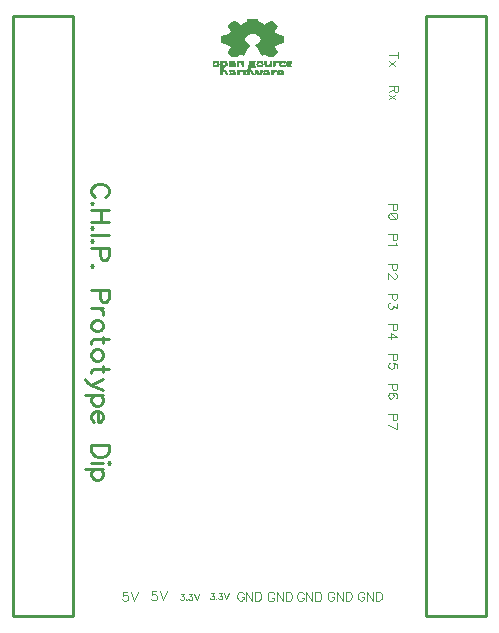
<source format=gbr>
G04 DipTrace 3.0.0.1*
G04 TopSilk.gbr*
%MOIN*%
G04 #@! TF.FileFunction,Legend,Top*
G04 #@! TF.Part,Single*
%ADD10C,0.009843*%
%ADD12C,0.002992*%
%ADD37C,0.004632*%
%ADD38C,0.003088*%
%ADD39C,0.009264*%
%FSLAX26Y26*%
G04*
G70*
G90*
G75*
G01*
G04 TopSilk*
%LPD*%
X423229Y455118D2*
D10*
X623229D1*
X423229Y2455118D2*
X623229D1*
Y455118D1*
X423229Y2455118D2*
Y455118D1*
X1798032D2*
X1998032D1*
X1798032Y2455118D2*
X1998032D1*
Y455118D1*
X1798032Y2455118D2*
Y455118D1*
X1203302Y2447402D2*
D12*
X1236214D1*
X1202828Y2444410D2*
X1236688D1*
X1201935Y2441418D2*
X1237582D1*
X1155430Y2438426D2*
X1158422D1*
X1200695D2*
X1238821D1*
X1281094D2*
X1284086D1*
X1150955Y2435434D2*
X1164406D1*
X1197957D2*
X1241560D1*
X1275110D2*
X1288562D1*
X1146837Y2432442D2*
X1170390D1*
X1192116D2*
X1247401D1*
X1269126D2*
X1292680D1*
X1143203Y2429450D2*
X1176374D1*
X1185350D2*
X1254166D1*
X1263142D2*
X1296314D1*
X1140096Y2426458D2*
X1299421D1*
X1138936Y2423466D2*
X1300581D1*
X1139428Y2420474D2*
X1300088D1*
X1141396Y2417482D2*
X1298120D1*
X1143718Y2414490D2*
X1295799D1*
X1145865Y2411498D2*
X1293652D1*
X1147555Y2408506D2*
X1291962D1*
X1147632Y2405514D2*
X1291885D1*
X1146658Y2402522D2*
X1292859D1*
X1144253Y2399530D2*
X1295264D1*
X1137600Y2396538D2*
X1206882D1*
X1232634D2*
X1301917D1*
X1127953Y2393546D2*
X1202152D1*
X1237365D2*
X1311564D1*
X1116534Y2390554D2*
X1198275D1*
X1241242D2*
X1322982D1*
X1116534Y2387562D2*
X1195295D1*
X1244221D2*
X1322982D1*
X1116534Y2384570D2*
X1192974D1*
X1246542D2*
X1322982D1*
X1116534Y2381578D2*
X1192245D1*
X1247272D2*
X1322982D1*
X1116534Y2378586D2*
X1191936D1*
X1247581D2*
X1322982D1*
X1116534Y2375594D2*
X1192874D1*
X1246642D2*
X1322982D1*
X1116534Y2372602D2*
X1194238D1*
X1245279D2*
X1322982D1*
X1116534Y2369610D2*
X1197320D1*
X1242197D2*
X1322982D1*
X1128005Y2366618D2*
X1201151D1*
X1238365D2*
X1311511D1*
X1136711Y2363626D2*
X1205235D1*
X1234282D2*
X1302806D1*
X1143159Y2360634D2*
X1209286D1*
X1230230D2*
X1296358D1*
X1146164Y2357642D2*
X1207431D1*
X1232086D2*
X1293353D1*
X1147608Y2354650D2*
X1205713D1*
X1233804D2*
X1291909D1*
X1147323Y2351658D2*
X1204017D1*
X1235500D2*
X1292194D1*
X1145444Y2348666D2*
X1202191D1*
X1237326D2*
X1294073D1*
X1143159Y2345674D2*
X1200246D1*
X1239271D2*
X1296358D1*
X1140941Y2342682D2*
X1198407D1*
X1241110D2*
X1298576D1*
X1139052Y2339690D2*
X1196711D1*
X1242806D2*
X1300465D1*
X1138550Y2336698D2*
X1195018D1*
X1244499D2*
X1300967D1*
X1139628Y2333706D2*
X1193102D1*
X1246415D2*
X1299888D1*
X1142638Y2330714D2*
X1190817D1*
X1248699D2*
X1296878D1*
X1146397Y2327722D2*
X1170390D1*
X1188342D2*
D3*
X1251174D2*
D3*
X1269126D2*
X1293120D1*
X1150754Y2324730D2*
X1164406D1*
X1275110D2*
X1288763D1*
X1155430Y2321738D2*
X1158422D1*
X1281094D2*
X1284086D1*
X1089606Y2306778D2*
X1104566D1*
X1113542D2*
X1131494D1*
X1143462D2*
X1158422D1*
X1167398D2*
X1188342D1*
X1209286D2*
X1227238D1*
X1236214D2*
X1251174D1*
X1260150D2*
X1266134D1*
X1278102D2*
X1281094D1*
X1290070D2*
X1328966D1*
X1334950D2*
X1349910D1*
X1089606Y2303786D2*
X1105948D1*
X1113542D2*
X1132876D1*
X1142081D2*
X1159814D1*
X1167398D2*
X1188342D1*
X1208077D2*
X1225836D1*
X1234833D2*
X1252556D1*
X1260150D2*
X1266134D1*
X1277980D2*
X1281094D1*
X1290070D2*
X1349723D1*
X1089606Y2300794D2*
X1092598D1*
X1101574D2*
X1106795D1*
X1113542D2*
X1119526D1*
X1128502D2*
X1133723D1*
X1141234D2*
X1160739D1*
X1167398D2*
X1173382D1*
X1181770D2*
X1188342D1*
X1208063D2*
X1224246D1*
X1233986D2*
X1239206D1*
X1248182D2*
X1253403D1*
X1260162D2*
X1266134D1*
X1277515D2*
X1281094D1*
X1290070D2*
X1296642D1*
X1308034D2*
X1314006D1*
X1325974D2*
D3*
X1331958D2*
X1348321D1*
X1089606Y2297802D2*
D3*
X1101574D2*
X1107116D1*
X1113542D2*
X1119526D1*
X1128502D2*
X1134006D1*
X1140913D2*
X1161414D1*
X1167398D2*
X1173382D1*
X1183520D2*
X1188342D1*
X1208063D2*
X1225628D1*
X1233665D2*
X1236214D1*
X1251174D2*
X1253724D1*
X1260276D2*
X1266134D1*
X1276492D2*
X1281094D1*
X1290070D2*
X1294892D1*
X1308148D2*
X1311014D1*
X1331958D2*
X1343658D1*
X1089606Y2294810D2*
X1092598D1*
X1101574D2*
X1106847D1*
X1113542D2*
X1119526D1*
X1128502D2*
X1133860D1*
X1141182D2*
X1146454D1*
X1167398D2*
X1173382D1*
X1184525D2*
X1188342D1*
X1207585D2*
X1209286D1*
X1215270D2*
X1226487D1*
X1233934D2*
X1239206D1*
X1248182D2*
X1253455D1*
X1260738D2*
X1266134D1*
X1275110D2*
X1281094D1*
X1290070D2*
X1293887D1*
X1308610D2*
X1314006D1*
X1325974D2*
D3*
X1331958D2*
X1337942D1*
X1089606Y2291818D2*
X1105904D1*
X1113542D2*
X1131860D1*
X1142124D2*
X1161414D1*
X1167398D2*
X1173382D1*
X1185035D2*
X1188342D1*
X1206640D2*
X1226923D1*
X1234876D2*
X1252512D1*
X1261761D2*
X1281094D1*
X1290070D2*
X1293378D1*
X1309633D2*
X1344300D1*
X1089606Y2288826D2*
X1104566D1*
X1113542D2*
X1127784D1*
X1143462D2*
X1161414D1*
X1167398D2*
X1173382D1*
X1185350D2*
X1188342D1*
X1205500D2*
X1227123D1*
X1236214D2*
X1251174D1*
X1263142D2*
X1281094D1*
X1290070D2*
X1293062D1*
X1311014D2*
X1328966D1*
X1334950D2*
X1349910D1*
X1113542Y2285834D2*
X1124054D1*
X1204497D2*
X1209286D1*
X1113542Y2282842D2*
X1121467D1*
X1203863D2*
X1210385D1*
X1113542Y2279850D2*
X1119526D1*
X1203522D2*
X1213296D1*
X1113542Y2276858D2*
X1126074D1*
X1143462D2*
X1158422D1*
X1167398D2*
X1216413D1*
X1230230D2*
X1236214D1*
X1245190D2*
X1251174D1*
X1257158D2*
X1272118D1*
X1281094D2*
X1299046D1*
X1305030D2*
X1319990D1*
X1113542Y2273866D2*
X1131165D1*
X1140470D2*
X1159804D1*
X1167398D2*
X1219136D1*
X1228838D2*
X1237617D1*
X1245190D2*
X1273500D1*
X1281094D2*
X1321372D1*
X1113542Y2270874D2*
X1119526D1*
X1127915D2*
X1133202D1*
X1146454D2*
D3*
X1155430D2*
X1160663D1*
X1167398D2*
X1176962D1*
X1188342D2*
X1194326D1*
X1203302D2*
X1209286D1*
X1215735D2*
X1220326D1*
X1227913D2*
X1239206D1*
X1245190D2*
X1251639D1*
X1257746D2*
X1260150D1*
X1269126D2*
X1274359D1*
X1281094D2*
X1290658D1*
X1302038D2*
X1308022D1*
X1316998D2*
X1322231D1*
X1113542Y2267882D2*
X1119526D1*
X1129676D2*
X1133898D1*
X1143670D2*
X1161099D1*
X1167398D2*
X1175201D1*
X1188342D2*
X1194326D1*
X1203302D2*
X1209286D1*
X1216502D2*
X1221254D1*
X1227238D2*
X1249414D1*
X1255985D2*
X1274795D1*
X1281094D2*
X1288897D1*
X1302038D2*
X1322667D1*
X1113542Y2264890D2*
X1119526D1*
X1130746D2*
X1134264D1*
X1141820D2*
X1161299D1*
X1167398D2*
X1174131D1*
X1188342D2*
X1194326D1*
X1203302D2*
X1209286D1*
X1217400D2*
X1230230D1*
X1236214D2*
X1247320D1*
X1254915D2*
X1274995D1*
X1281094D2*
X1287827D1*
X1302038D2*
X1322867D1*
X1113542Y2261898D2*
X1119526D1*
X1131494D2*
X1134486D1*
X1140470D2*
X1161414D1*
X1167398D2*
X1173382D1*
X1188342D2*
X1209286D1*
X1218262D2*
X1230230D1*
X1236214D2*
X1245190D1*
X1254166D2*
X1275110D1*
X1281094D2*
X1287078D1*
X1302038D2*
X1322982D1*
X1203302Y2447402D2*
X1202828Y2444410D1*
X1201935Y2441418D1*
X1200695Y2438426D1*
X1197957Y2435434D1*
X1192116Y2432442D1*
X1185350Y2429450D1*
X1236214Y2447402D2*
X1236688Y2444410D1*
X1237582Y2441418D1*
X1238821Y2438426D1*
X1241560Y2435434D1*
X1247401Y2432442D1*
X1254166Y2429450D1*
X1155430Y2438426D2*
X1150955Y2435434D1*
X1146837Y2432442D1*
X1143203Y2429450D1*
X1140096Y2426458D1*
X1138936Y2423466D1*
X1139428Y2420474D1*
X1141396Y2417482D1*
X1143718Y2414490D1*
X1145865Y2411498D1*
X1147555Y2408506D1*
X1147632Y2405514D1*
X1146658Y2402522D1*
X1144253Y2399530D1*
X1137600Y2396538D1*
X1127953Y2393546D1*
X1116534Y2390554D1*
Y2387562D1*
Y2384570D1*
Y2381578D1*
Y2378586D1*
Y2375594D1*
Y2372602D1*
Y2369610D1*
X1128005Y2366618D1*
X1136711Y2363626D1*
X1143159Y2360634D1*
X1146164Y2357642D1*
X1147608Y2354650D1*
X1147323Y2351658D1*
X1145444Y2348666D1*
X1143159Y2345674D1*
X1140941Y2342682D1*
X1139052Y2339690D1*
X1138550Y2336698D1*
X1139628Y2333706D1*
X1142638Y2330714D1*
X1146397Y2327722D1*
X1150754Y2324730D1*
X1155430Y2321738D1*
X1158422Y2438426D2*
X1164406Y2435434D1*
X1170390Y2432442D1*
X1176374Y2429450D1*
X1281094Y2438426D2*
X1275110Y2435434D1*
X1269126Y2432442D1*
X1263142Y2429450D1*
X1284086Y2438426D2*
X1288562Y2435434D1*
X1292680Y2432442D1*
X1296314Y2429450D1*
X1299421Y2426458D1*
X1300581Y2423466D1*
X1300088Y2420474D1*
X1298120Y2417482D1*
X1295799Y2414490D1*
X1293652Y2411498D1*
X1291962Y2408506D1*
X1291885Y2405514D1*
X1292859Y2402522D1*
X1295264Y2399530D1*
X1301917Y2396538D1*
X1311564Y2393546D1*
X1322982Y2390554D1*
Y2387562D1*
Y2384570D1*
Y2381578D1*
Y2378586D1*
Y2375594D1*
Y2372602D1*
Y2369610D1*
X1311511Y2366618D1*
X1302806Y2363626D1*
X1296358Y2360634D1*
X1293353Y2357642D1*
X1291909Y2354650D1*
X1292194Y2351658D1*
X1294073Y2348666D1*
X1296358Y2345674D1*
X1298576Y2342682D1*
X1300465Y2339690D1*
X1300967Y2336698D1*
X1299888Y2333706D1*
X1296878Y2330714D1*
X1293120Y2327722D1*
X1288763Y2324730D1*
X1284086Y2321738D1*
X1212278Y2399530D2*
X1206882Y2396538D1*
X1202152Y2393546D1*
X1198275Y2390554D1*
X1195295Y2387562D1*
X1192974Y2384570D1*
X1192245Y2381578D1*
X1191936Y2378586D1*
X1192874Y2375594D1*
X1194238Y2372602D1*
X1197320Y2369610D1*
X1201151Y2366618D1*
X1205235Y2363626D1*
X1209286Y2360634D1*
X1207431Y2357642D1*
X1205713Y2354650D1*
X1204017Y2351658D1*
X1202191Y2348666D1*
X1200246Y2345674D1*
X1198407Y2342682D1*
X1196711Y2339690D1*
X1195018Y2336698D1*
X1193102Y2333706D1*
X1190817Y2330714D1*
X1188342Y2327722D1*
X1227238Y2399530D2*
X1232634Y2396538D1*
X1237365Y2393546D1*
X1241242Y2390554D1*
X1244221Y2387562D1*
X1246542Y2384570D1*
X1247272Y2381578D1*
X1247581Y2378586D1*
X1246642Y2375594D1*
X1245279Y2372602D1*
X1242197Y2369610D1*
X1238365Y2366618D1*
X1234282Y2363626D1*
X1230230Y2360634D1*
X1232086Y2357642D1*
X1233804Y2354650D1*
X1235500Y2351658D1*
X1237326Y2348666D1*
X1239271Y2345674D1*
X1241110Y2342682D1*
X1242806Y2339690D1*
X1244499Y2336698D1*
X1246415Y2333706D1*
X1248699Y2330714D1*
X1251174Y2327722D1*
X1176374Y2330714D2*
X1170390Y2327722D1*
X1164406Y2324730D1*
X1158422Y2321738D1*
X1263142Y2330714D2*
X1269126Y2327722D1*
X1275110Y2324730D1*
X1281094Y2321738D1*
X1089606Y2306778D2*
Y2303786D1*
Y2300794D1*
Y2297802D1*
Y2294810D1*
Y2291818D1*
Y2288826D1*
X1104566Y2306778D2*
X1105948Y2303786D1*
X1106795Y2300794D1*
X1107116Y2297802D1*
X1106847Y2294810D1*
X1105904Y2291818D1*
X1104566Y2288826D1*
X1113542Y2306778D2*
Y2303786D1*
Y2300794D1*
Y2297802D1*
Y2294810D1*
Y2291818D1*
Y2288826D1*
Y2285834D1*
Y2282842D1*
Y2279850D1*
Y2276858D1*
Y2273866D1*
Y2270874D1*
Y2267882D1*
Y2264890D1*
Y2261898D1*
X1131494Y2306778D2*
X1132876Y2303786D1*
X1133723Y2300794D1*
X1134006Y2297802D1*
X1133860Y2294810D1*
X1131860Y2291818D1*
X1127784Y2288826D1*
X1124054Y2285834D1*
X1121467Y2282842D1*
X1119526Y2279850D1*
X1126074Y2276858D1*
X1131165Y2273866D1*
X1133202Y2270874D1*
X1133898Y2267882D1*
X1134264Y2264890D1*
X1134486Y2261898D1*
X1143462Y2306778D2*
X1142081Y2303786D1*
X1141234Y2300794D1*
X1140913Y2297802D1*
X1141182Y2294810D1*
X1142124Y2291818D1*
X1143462Y2288826D1*
X1158422Y2306778D2*
X1159814Y2303786D1*
X1160739Y2300794D1*
X1161414Y2297802D1*
X1146454Y2294810D1*
X1161414Y2291818D1*
Y2288826D1*
X1167398Y2306778D2*
Y2303786D1*
Y2300794D1*
Y2297802D1*
Y2294810D1*
Y2291818D1*
Y2288826D1*
X1188342Y2306778D2*
Y2303786D1*
Y2300794D1*
Y2297802D1*
Y2294810D1*
Y2291818D1*
Y2288826D1*
X1209286Y2306778D2*
X1208077Y2303786D1*
X1208063Y2300794D1*
Y2297802D1*
X1207585Y2294810D1*
X1206640Y2291818D1*
X1205500Y2288826D1*
X1204497Y2285834D1*
X1203863Y2282842D1*
X1203522Y2279850D1*
X1203302Y2276858D1*
X1227238Y2306778D2*
X1225836Y2303786D1*
X1224246Y2300794D1*
X1225628Y2297802D1*
X1226487Y2294810D1*
X1226923Y2291818D1*
X1227123Y2288826D1*
X1227238Y2285834D1*
X1209286D1*
X1210385Y2282842D1*
X1213296Y2279850D1*
X1216413Y2276858D1*
X1219136Y2273866D1*
X1220326Y2270874D1*
X1221254Y2267882D1*
X1236214Y2306778D2*
X1234833Y2303786D1*
X1233986Y2300794D1*
X1233665Y2297802D1*
X1233934Y2294810D1*
X1234876Y2291818D1*
X1236214Y2288826D1*
X1251174Y2306778D2*
X1252556Y2303786D1*
X1253403Y2300794D1*
X1253724Y2297802D1*
X1253455Y2294810D1*
X1252512Y2291818D1*
X1251174Y2288826D1*
X1260150Y2306778D2*
Y2303786D1*
X1260162Y2300794D1*
X1260276Y2297802D1*
X1260738Y2294810D1*
X1261761Y2291818D1*
X1263142Y2288826D1*
X1266134Y2306778D2*
Y2303786D1*
Y2300794D1*
Y2297802D1*
Y2294810D1*
X1278102Y2306778D2*
X1277980Y2303786D1*
X1277515Y2300794D1*
X1276492Y2297802D1*
X1275110Y2294810D1*
X1281094Y2306778D2*
Y2303786D1*
Y2300794D1*
Y2297802D1*
Y2294810D1*
Y2291818D1*
Y2288826D1*
X1290070Y2306778D2*
Y2303786D1*
Y2300794D1*
Y2297802D1*
Y2294810D1*
Y2291818D1*
Y2288826D1*
X1328966Y2306778D2*
X1334950D2*
X1349910D2*
X1349723Y2303786D1*
X1348321Y2300794D1*
X1343658Y2297802D1*
X1337942Y2294810D1*
X1344300Y2291818D1*
X1349910Y2288826D1*
X1095590Y2303786D2*
X1092598Y2300794D1*
X1089606Y2297802D1*
X1092598Y2294810D1*
X1101574Y2303786D2*
Y2300794D1*
Y2297802D1*
Y2294810D1*
X1119526Y2303786D2*
Y2300794D1*
Y2297802D1*
Y2294810D1*
X1128502Y2303786D2*
Y2300794D1*
Y2297802D1*
Y2294810D1*
X1173382Y2303786D2*
Y2300794D1*
Y2297802D1*
Y2294810D1*
Y2291818D1*
Y2288826D1*
X1179366Y2303786D2*
X1181770Y2300794D1*
X1183520Y2297802D1*
X1184525Y2294810D1*
X1185035Y2291818D1*
X1185350Y2288826D1*
X1242198Y2303786D2*
X1239206Y2300794D1*
X1236214Y2297802D1*
X1239206Y2294810D1*
X1245190Y2303786D2*
X1248182Y2300794D1*
X1251174Y2297802D1*
X1248182Y2294810D1*
X1299046Y2303786D2*
X1296642Y2300794D1*
X1294892Y2297802D1*
X1293887Y2294810D1*
X1293378Y2291818D1*
X1293062Y2288826D1*
X1308022Y2303786D2*
X1308034Y2300794D1*
X1308148Y2297802D1*
X1308610Y2294810D1*
X1309633Y2291818D1*
X1311014Y2288826D1*
X1316998Y2303786D2*
X1314006Y2300794D1*
X1311014Y2297802D1*
X1314006Y2294810D1*
X1322982Y2303786D2*
X1325974Y2300794D1*
X1331958Y2303786D2*
Y2300794D1*
Y2297802D1*
Y2294810D1*
X1212278Y2297802D2*
X1215270Y2294810D1*
X1325974D2*
X1331958Y2291818D2*
X1328966Y2288826D1*
X1331958Y2291818D2*
X1334950Y2288826D1*
X1143462Y2276858D2*
X1140470Y2273866D1*
X1146454Y2270874D1*
X1143670Y2267882D1*
X1141820Y2264890D1*
X1140470Y2261898D1*
X1158422Y2276858D2*
X1159804Y2273866D1*
X1160663Y2270874D1*
X1161099Y2267882D1*
X1161299Y2264890D1*
X1161414Y2261898D1*
X1167398Y2276858D2*
Y2273866D1*
Y2270874D1*
Y2267882D1*
Y2264890D1*
Y2261898D1*
X1230230Y2276858D2*
X1228838Y2273866D1*
X1227913Y2270874D1*
X1227238Y2267882D1*
X1236214Y2276858D2*
X1237617Y2273866D1*
X1239206Y2270874D1*
X1245190Y2276858D2*
Y2273866D1*
Y2270874D1*
X1251174Y2276858D2*
X1257158D2*
X1272118D2*
X1273500Y2273866D1*
X1274359Y2270874D1*
X1274795Y2267882D1*
X1274995Y2264890D1*
X1275110Y2261898D1*
X1281094Y2276858D2*
Y2273866D1*
Y2270874D1*
Y2267882D1*
Y2264890D1*
Y2261898D1*
X1299046Y2276858D2*
X1305030D2*
X1319990D2*
X1321372Y2273866D1*
X1322231Y2270874D1*
X1322667Y2267882D1*
X1322867Y2264890D1*
X1322982Y2261898D1*
X1119526Y2273866D2*
Y2270874D1*
Y2267882D1*
Y2264890D1*
Y2261898D1*
X1125510Y2273866D2*
X1127915Y2270874D1*
X1129676Y2267882D1*
X1130746Y2264890D1*
X1131494Y2261898D1*
X1152438Y2273866D2*
X1155430Y2270874D1*
X1179366Y2273866D2*
X1176962Y2270874D1*
X1175201Y2267882D1*
X1174131Y2264890D1*
X1173382Y2261898D1*
X1188342Y2273866D2*
Y2270874D1*
Y2267882D1*
Y2264890D1*
Y2261898D1*
X1194326Y2273866D2*
Y2270874D1*
Y2267882D1*
Y2264890D1*
X1203302Y2273866D2*
Y2270874D1*
Y2267882D1*
Y2264890D1*
X1209286Y2273866D2*
Y2270874D1*
Y2267882D1*
Y2264890D1*
Y2261898D1*
X1215270Y2273866D2*
X1215735Y2270874D1*
X1216502Y2267882D1*
X1217400Y2264890D1*
X1218262Y2261898D1*
X1254166Y2273866D2*
X1251639Y2270874D1*
X1249414Y2267882D1*
X1247320Y2264890D1*
X1245190Y2261898D1*
X1260150Y2273866D2*
X1257746Y2270874D1*
X1255985Y2267882D1*
X1254915Y2264890D1*
X1254166Y2261898D1*
X1263142Y2273866D2*
X1260150Y2270874D1*
X1266134Y2273866D2*
X1269126Y2270874D1*
X1293062Y2273866D2*
X1290658Y2270874D1*
X1288897Y2267882D1*
X1287827Y2264890D1*
X1287078Y2261898D1*
X1302038Y2273866D2*
Y2270874D1*
Y2267882D1*
Y2264890D1*
Y2261898D1*
X1311014Y2273866D2*
X1308022Y2270874D1*
X1314006Y2273866D2*
X1316998Y2270874D1*
X1230230Y2267882D2*
Y2264890D1*
Y2261898D1*
X1236214Y2267882D2*
Y2264890D1*
Y2261898D1*
X1706542Y2326099D2*
D37*
X1676397Y2326100D1*
X1706542Y2336147D2*
X1706541Y2316051D1*
X1696493Y2306788D2*
X1676397Y2291003D1*
X1696493D2*
X1676397Y2306788D1*
X1692182Y2223418D2*
Y2210518D1*
X1693642Y2206207D1*
X1695068Y2204748D1*
X1697919Y2203322D1*
X1700805D1*
X1703656Y2204748D1*
X1705116Y2206207D1*
X1706541Y2210518D1*
Y2223418D1*
X1676398D1*
X1692182Y2213370D2*
X1676398Y2203322D1*
X1696494Y2194059D2*
X1676398Y2178274D1*
X1696494D2*
X1676398Y2194059D1*
X1687426Y1829574D2*
Y1816641D1*
X1688852Y1812363D1*
X1690311Y1810904D1*
X1693163Y1809478D1*
X1697474D1*
X1700326Y1810904D1*
X1701785Y1812363D1*
X1703211Y1816641D1*
Y1829574D1*
X1673067D1*
X1703178Y1791592D2*
X1701752Y1795903D1*
X1697441Y1798789D1*
X1690278Y1800214D1*
X1685967D1*
X1678804Y1798789D1*
X1674493Y1795903D1*
X1673067Y1791592D1*
Y1788741D1*
X1674493Y1784430D1*
X1678804Y1781578D1*
X1685967Y1780119D1*
X1690278D1*
X1697441Y1781578D1*
X1701752Y1784430D1*
X1703178Y1788741D1*
Y1791592D1*
X1697441Y1781578D2*
X1678804Y1798789D1*
X1687032Y1729968D2*
Y1717035D1*
X1688458Y1712757D1*
X1689917Y1711298D1*
X1692769Y1709872D1*
X1697080D1*
X1699932Y1711298D1*
X1701391Y1712757D1*
X1702817Y1717035D1*
Y1729968D1*
X1672673D1*
X1697047Y1700608D2*
X1698506Y1697723D1*
X1702784Y1693412D1*
X1672673D1*
X1685851Y1629574D2*
Y1616641D1*
X1687277Y1612363D1*
X1688736Y1610904D1*
X1691588Y1609478D1*
X1695899D1*
X1698751Y1610904D1*
X1700210Y1612363D1*
X1701636Y1616641D1*
Y1629574D1*
X1671492D1*
X1694440Y1598755D2*
X1695866D1*
X1698751Y1597329D1*
X1700177Y1595903D1*
X1701603Y1593018D1*
Y1587281D1*
X1700177Y1584430D1*
X1698751Y1583004D1*
X1695866Y1581544D1*
X1693014D1*
X1690129Y1583004D1*
X1685851Y1585855D1*
X1671492Y1600215D1*
Y1580119D1*
X1685851Y1530361D2*
Y1517428D1*
X1687277Y1513150D1*
X1688736Y1511691D1*
X1691588Y1510265D1*
X1695899D1*
X1698751Y1511691D1*
X1700210Y1513150D1*
X1701636Y1517428D1*
Y1530361D1*
X1671492D1*
X1701603Y1498117D2*
Y1482365D1*
X1690129Y1490954D1*
Y1486643D1*
X1688703Y1483791D1*
X1687277Y1482365D1*
X1682966Y1480906D1*
X1680114D1*
X1675803Y1482365D1*
X1672918Y1485217D1*
X1671492Y1489528D1*
Y1493839D1*
X1672918Y1498117D1*
X1674377Y1499543D1*
X1677229Y1501002D1*
X1687032Y1429574D2*
Y1416641D1*
X1688458Y1412363D1*
X1689917Y1410904D1*
X1692769Y1409478D1*
X1697080D1*
X1699932Y1410904D1*
X1701391Y1412363D1*
X1702817Y1416641D1*
Y1429574D1*
X1672673D1*
Y1385856D2*
X1702784Y1385855D1*
X1682721Y1400214D1*
Y1378693D1*
X1687426Y1329968D2*
Y1317035D1*
X1688852Y1312757D1*
X1690311Y1311298D1*
X1693163Y1309872D1*
X1697474D1*
X1700326Y1311298D1*
X1701785Y1312757D1*
X1703211Y1317035D1*
Y1329968D1*
X1673067D1*
X1703178Y1283397D2*
Y1297723D1*
X1690278Y1299149D1*
X1691704Y1297723D1*
X1693163Y1293412D1*
Y1289134D1*
X1691704Y1284823D1*
X1688852Y1281938D1*
X1684541Y1280512D1*
X1681689D1*
X1677378Y1281938D1*
X1674493Y1284823D1*
X1673067Y1289134D1*
Y1293412D1*
X1674493Y1297723D1*
X1675952Y1299149D1*
X1678804Y1300608D1*
X1686638Y1229574D2*
Y1216641D1*
X1688064Y1212363D1*
X1689523Y1210904D1*
X1692375Y1209478D1*
X1696686D1*
X1699538Y1210904D1*
X1700997Y1212363D1*
X1702423Y1216641D1*
Y1229574D1*
X1672279D1*
X1698112Y1183004D2*
X1700964Y1184430D1*
X1702390Y1188741D1*
Y1191592D1*
X1700964Y1195903D1*
X1696653Y1198789D1*
X1689490Y1200214D1*
X1682327D1*
X1676590Y1198789D1*
X1673705Y1195903D1*
X1672279Y1191592D1*
Y1190167D1*
X1673705Y1185889D1*
X1676590Y1183004D1*
X1680901Y1181578D1*
X1682327D1*
X1686638Y1183004D1*
X1689490Y1185889D1*
X1690916Y1190166D1*
Y1191592D1*
X1689490Y1195903D1*
X1686638Y1198789D1*
X1682327Y1200214D1*
X1687426Y1129574D2*
Y1116641D1*
X1688852Y1112363D1*
X1690311Y1110904D1*
X1693163Y1109478D1*
X1697474D1*
X1700326Y1110904D1*
X1701785Y1112363D1*
X1703211Y1116641D1*
Y1129574D1*
X1673067D1*
Y1094478D2*
X1703178Y1080118D1*
Y1100214D1*
X1593284Y530300D2*
X1591858Y533152D1*
X1588973Y536037D1*
X1586121Y537463D1*
X1580384D1*
X1577499Y536037D1*
X1574647Y533152D1*
X1573188Y530300D1*
X1571762Y525989D1*
Y518793D1*
X1573188Y514515D1*
X1574647Y511630D1*
X1577499Y508778D1*
X1580384Y507319D1*
X1586121D1*
X1588973Y508778D1*
X1591858Y511630D1*
X1593284Y514515D1*
Y518793D1*
X1586121D1*
X1622644Y537463D2*
Y507319D1*
X1602548Y537463D1*
Y507319D1*
X1631907Y537463D2*
Y507319D1*
X1641955D1*
X1646266Y508778D1*
X1649151Y511630D1*
X1650577Y514515D1*
X1652003Y518793D1*
Y525989D1*
X1650577Y530300D1*
X1649151Y533152D1*
X1646266Y536037D1*
X1641955Y537463D1*
X1631907D1*
X1492103Y531087D2*
X1490677Y533939D1*
X1487792Y536824D1*
X1484940Y538250D1*
X1479203D1*
X1476318Y536824D1*
X1473466Y533939D1*
X1472007Y531087D1*
X1470581Y526776D1*
Y519580D1*
X1472007Y515302D1*
X1473466Y512417D1*
X1476318Y509565D1*
X1479203Y508106D1*
X1484940D1*
X1487792Y509565D1*
X1490677Y512417D1*
X1492103Y515302D1*
Y519580D1*
X1484940D1*
X1521463Y538250D2*
Y508106D1*
X1501367Y538250D1*
Y508106D1*
X1530726Y538250D2*
Y508106D1*
X1540774D1*
X1545085Y509565D1*
X1547970Y512417D1*
X1549396Y515302D1*
X1550822Y519580D1*
Y526776D1*
X1549396Y531087D1*
X1547970Y533939D1*
X1545085Y536824D1*
X1540774Y538250D1*
X1530726D1*
X1390922Y529512D2*
X1389496Y532364D1*
X1386611Y535249D1*
X1383759Y536675D1*
X1378022D1*
X1375137Y535249D1*
X1372285Y532364D1*
X1370826Y529512D1*
X1369400Y525201D1*
Y518005D1*
X1370826Y513727D1*
X1372285Y510842D1*
X1375137Y507991D1*
X1378022Y506531D1*
X1383759D1*
X1386611Y507991D1*
X1389496Y510842D1*
X1390922Y513727D1*
Y518005D1*
X1383759D1*
X1420282Y536675D2*
Y506531D1*
X1400186Y536675D1*
Y506531D1*
X1429545Y536675D2*
Y506531D1*
X1439593D1*
X1443904Y507991D1*
X1446789Y510842D1*
X1448215Y513727D1*
X1449641Y518005D1*
Y525201D1*
X1448215Y529512D1*
X1446789Y532364D1*
X1443904Y535249D1*
X1439593Y536675D1*
X1429545D1*
X1292103Y529512D2*
X1290677Y532364D1*
X1287792Y535249D1*
X1284940Y536675D1*
X1279203D1*
X1276318Y535249D1*
X1273466Y532364D1*
X1272007Y529512D1*
X1270581Y525201D1*
Y518005D1*
X1272007Y513727D1*
X1273466Y510842D1*
X1276318Y507991D1*
X1279203Y506531D1*
X1284940D1*
X1287792Y507991D1*
X1290677Y510842D1*
X1292103Y513727D1*
Y518005D1*
X1284940D1*
X1321463Y536675D2*
Y506531D1*
X1301367Y536675D1*
Y506531D1*
X1330726Y536675D2*
Y506531D1*
X1340774D1*
X1345085Y507991D1*
X1347970Y510842D1*
X1349396Y513727D1*
X1350822Y518005D1*
Y525201D1*
X1349396Y529512D1*
X1347970Y532364D1*
X1345085Y535249D1*
X1340774Y536675D1*
X1330726D1*
X1190922Y530300D2*
X1189496Y533152D1*
X1186611Y536037D1*
X1183759Y537463D1*
X1178022D1*
X1175137Y536037D1*
X1172285Y533152D1*
X1170826Y530300D1*
X1169400Y525989D1*
Y518793D1*
X1170826Y514515D1*
X1172285Y511630D1*
X1175137Y508778D1*
X1178022Y507319D1*
X1183759D1*
X1186611Y508778D1*
X1189496Y511630D1*
X1190922Y514515D1*
Y518793D1*
X1183759D1*
X1220282Y537463D2*
Y507319D1*
X1200186Y537463D1*
Y507319D1*
X1229545Y537463D2*
Y507319D1*
X1239593D1*
X1243904Y508778D1*
X1246789Y511630D1*
X1248215Y514515D1*
X1249641Y518793D1*
Y525989D1*
X1248215Y530300D1*
X1246789Y533152D1*
X1243904Y536037D1*
X1239593Y537463D1*
X1229545D1*
X802753Y537036D2*
X788427D1*
X787001Y524136D1*
X788427Y525562D1*
X792738Y527021D1*
X797016D1*
X801327Y525562D1*
X804212Y522710D1*
X805638Y518399D1*
Y515547D1*
X804212Y511236D1*
X801327Y508351D1*
X797016Y506925D1*
X792738D1*
X788427Y508351D1*
X787001Y509810D1*
X785542Y512662D1*
X814901Y537069D2*
X826375Y506925D1*
X837849Y537069D1*
X899997Y538611D2*
X885671D1*
X884245Y525711D1*
X885671Y527137D1*
X889982Y528596D1*
X894260D1*
X898571Y527137D1*
X901456Y524285D1*
X902882Y519974D1*
Y517122D1*
X901456Y512811D1*
X898571Y509926D1*
X894260Y508500D1*
X889982D1*
X885671Y509926D1*
X884245Y511385D1*
X882786Y514237D1*
X912145Y538644D2*
X923619Y508500D1*
X935093Y538644D1*
X981181Y529809D2*
D38*
X991683D1*
X985957Y522159D1*
X988831D1*
X990732Y521209D1*
X991683Y520258D1*
X992655Y517384D1*
Y515483D1*
X991683Y512609D1*
X989781Y510686D1*
X986907Y509735D1*
X984033D1*
X981181Y510686D1*
X980231Y511658D1*
X979258Y513560D1*
X999782Y511658D2*
X998831Y510686D1*
X999782Y509735D1*
X1000754Y510686D1*
X999782Y511658D1*
X1008854Y529809D2*
X1019355D1*
X1013629Y522159D1*
X1016503D1*
X1018404Y521209D1*
X1019355Y520258D1*
X1020327Y517384D1*
Y515483D1*
X1019355Y512609D1*
X1017453Y510686D1*
X1014579Y509735D1*
X1011705D1*
X1008854Y510686D1*
X1007903Y511658D1*
X1006930Y513560D1*
X1026503Y529831D2*
X1034152Y509735D1*
X1041802Y529831D1*
X1080394Y531777D2*
X1090895D1*
X1085169Y524128D1*
X1088043D1*
X1089945Y523177D1*
X1090895Y522227D1*
X1091868Y519353D1*
Y517451D1*
X1090895Y514577D1*
X1088994Y512654D1*
X1086120Y511703D1*
X1083246D1*
X1080394Y512654D1*
X1079443Y513627D1*
X1078471Y515528D1*
X1098994Y513627D2*
X1098044Y512654D1*
X1098994Y511703D1*
X1099967Y512654D1*
X1098994Y513627D1*
X1108066Y531777D2*
X1118567D1*
X1112841Y524128D1*
X1115715D1*
X1117617Y523177D1*
X1118567Y522227D1*
X1119540Y519353D1*
Y517451D1*
X1118567Y514577D1*
X1116666Y512654D1*
X1113792Y511703D1*
X1110918D1*
X1108066Y512654D1*
X1107116Y513627D1*
X1106143Y515528D1*
X1125716Y531799D2*
X1133365Y511703D1*
X1141014Y531799D1*
X728067Y1853151D2*
D39*
X733770Y1856003D1*
X739541Y1861773D1*
X742393Y1867477D1*
Y1878951D1*
X739541Y1884721D1*
X733771Y1890425D1*
X728067Y1893343D1*
X719445Y1896195D1*
X705052D1*
X696497Y1893343D1*
X690727Y1890425D1*
X685023Y1884721D1*
X682104Y1878951D1*
Y1867477D1*
X685023Y1861773D1*
X690727Y1856003D1*
X696497Y1853151D1*
X687875Y1831772D2*
X684956Y1834624D1*
X682105Y1831772D1*
X684956Y1828854D1*
X687875Y1831772D1*
X742392Y1810327D2*
X682105D1*
X742393Y1770135D2*
X682105D1*
X713674Y1810327D2*
Y1770135D1*
X687875Y1748756D2*
X684956Y1751608D1*
X682105Y1748756D1*
X684956Y1745838D1*
X687875Y1748756D1*
X742393Y1727311D2*
X682105D1*
X687875Y1705932D2*
X684956Y1708784D1*
X682105Y1705932D1*
X684956Y1703013D1*
X687875Y1705932D1*
X710823Y1684486D2*
Y1658620D1*
X713674Y1650064D1*
X716593Y1647146D1*
X722297Y1644294D1*
X730919D1*
X736622Y1647146D1*
X739541Y1650064D1*
X742393Y1658620D1*
Y1684486D1*
X682105D1*
X687875Y1622915D2*
X684956Y1625767D1*
X682105Y1622915D1*
X684956Y1619997D1*
X687875Y1622915D1*
X710823Y1543149D2*
Y1517283D1*
X713674Y1508727D1*
X716593Y1505809D1*
X722297Y1502957D1*
X730919D1*
X736622Y1505809D1*
X739541Y1508727D1*
X742393Y1517283D1*
Y1543149D1*
X682105D1*
X722297Y1484430D2*
X682105D1*
X705052D2*
X713674Y1481511D1*
X719445Y1475808D1*
X722297Y1470038D1*
Y1461415D1*
Y1428563D2*
X719445Y1434266D1*
X713675Y1440036D1*
X705052Y1442888D1*
X699349D1*
X690727Y1440036D1*
X685023Y1434266D1*
X682105Y1428563D1*
Y1419940D1*
X685023Y1414170D1*
X690727Y1408467D1*
X699349Y1405548D1*
X705052D1*
X713675Y1408467D1*
X719445Y1414170D1*
X722297Y1419940D1*
Y1428563D1*
X742393Y1378399D2*
X693579D1*
X685023Y1375547D1*
X682105Y1369777D1*
Y1364073D1*
X722297Y1387021D2*
Y1366925D1*
Y1331220D2*
X719445Y1336924D1*
X713675Y1342694D1*
X705052Y1345546D1*
X699349D1*
X690727Y1342694D1*
X685023Y1336924D1*
X682105Y1331220D1*
Y1322598D1*
X685023Y1316828D1*
X690727Y1311124D1*
X699349Y1308206D1*
X705052D1*
X713675Y1311124D1*
X719445Y1316828D1*
X722297Y1322598D1*
Y1331220D1*
X742393Y1281057D2*
X693579D1*
X685023Y1278205D1*
X682105Y1272435D1*
Y1266731D1*
X722297Y1289679D2*
Y1269583D1*
Y1245286D2*
X682105Y1228108D1*
X670631Y1233812D1*
X664860Y1239582D1*
X662009Y1245286D1*
Y1248204D1*
X722297Y1210864D2*
X682105Y1228108D1*
X722297Y1192337D2*
X662009D1*
X713675D2*
X719378Y1186567D1*
X722297Y1180863D1*
Y1172241D1*
X719378Y1166471D1*
X713675Y1160767D1*
X705052Y1157849D1*
X699282D1*
X690727Y1160767D1*
X684956Y1166471D1*
X682105Y1172241D1*
Y1180863D1*
X684956Y1186567D1*
X690727Y1192337D1*
X705052Y1139321D2*
Y1104900D1*
X710823D1*
X716593Y1107752D1*
X719445Y1110603D1*
X722297Y1116374D1*
Y1124996D1*
X719445Y1130699D1*
X713675Y1136470D1*
X705052Y1139321D1*
X699349D1*
X690727Y1136470D1*
X685023Y1130699D1*
X682105Y1124996D1*
Y1116374D1*
X685023Y1110603D1*
X690727Y1104900D1*
X742393Y1028051D2*
X682105D1*
Y1007955D1*
X685023Y999333D1*
X690727Y993563D1*
X696497Y990711D1*
X705052Y987859D1*
X719445D1*
X728067Y990711D1*
X733771Y993563D1*
X739541Y999333D1*
X742393Y1007955D1*
Y1028051D1*
Y969332D2*
X739541Y966480D1*
X742393Y963562D1*
X745311Y966480D1*
X742393Y969332D1*
X722297Y966480D2*
X682105D1*
X722297Y945035D2*
X662009D1*
X713675D2*
X719378Y939265D1*
X722297Y933561D1*
Y924939D1*
X719378Y919169D1*
X713675Y913465D1*
X705052Y910547D1*
X699282D1*
X690727Y913465D1*
X684956Y919169D1*
X682105Y924939D1*
Y933561D1*
X684956Y939265D1*
X690727Y945035D1*
M02*

</source>
